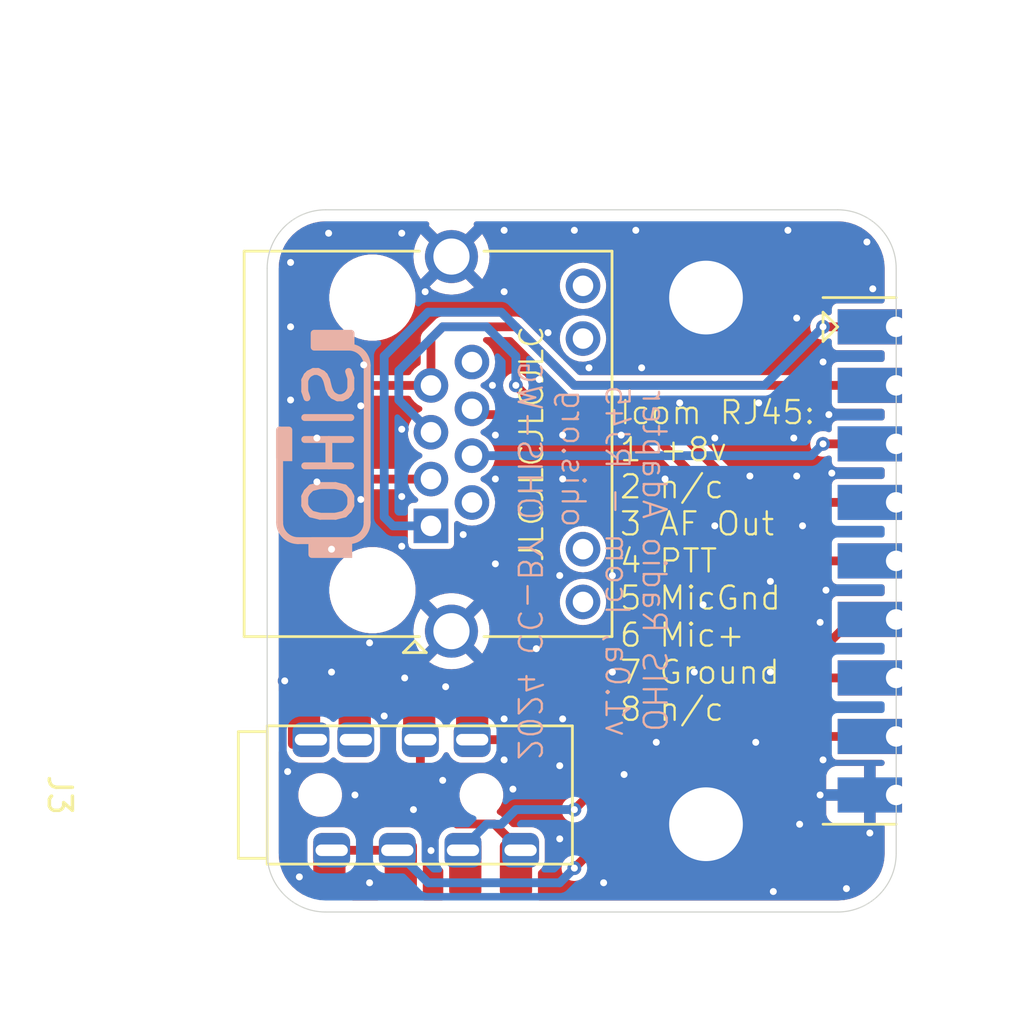
<source format=kicad_pcb>
(kicad_pcb (version 20240108) (generator "pcbnew") (generator_version "8.0")
  (layers (0 "F.Cu" signal) (31 "B.Cu" signal) (34 "B.Paste" user) (35 "F.Paste" user) (36 "B.SilkS" user "B.Silkscreen") (37 "F.SilkS" user "F.Silkscreen") (38 "B.Mask" user) (39 "F.Mask" user) (44 "Edge.Cuts" user))
  (net 0 "")
  (net 1 "Shield")
  (net 2 "AF Out")
  (net 3 "Mic Gnd")
  (net 4 "~{PTT}")
  (net 5 "Power Gnd")
  (net 7 "~{SQL Open}")
  (net 8 "+8v 10mA")
  (net 10 "Freq Up{slash}Down")
  (net 11 "Mic+")
  (net 14 "HP Right")
  (net 15 "HP Left")
  (net 16 "HP Gnd")
  (footprint "Libraries:Conn_B2B-RA_2.54mm_Castelated_9pin_RtoL" (layer "F.Cu") (at 90.805 78.74 90)
    (property "Reference" "J2" (hide yes))
    (property "Value" "Base Board")
    (fp_line (start 10.795 -3.175) (end 9.525 -3.175) (stroke (width 0.12)) (layer "F.SilkS"))
    (fp_line (start 9.525 -3.175) (end 10.16 -2.54) (stroke (width 0.12)) (layer "F.SilkS"))
    (fp_line (start 10.16 -2.54) (end 10.795 -3.175) (stroke (width 0.12)) (layer "F.SilkS"))
    (fp_line (start 11.43 0) (end 11.43 -3.175) (stroke (width 0.12)) (layer "F.SilkS"))
    (fp_line (start -11.43 0) (end -11.43 -3.175) (stroke (width 0.12)) (layer "F.SilkS"))
    (pad "1" thru_hole rect (at 10.16 0 90) (size 1.524 2.794) (drill 0.889 (offset 0 -1.143)) (layers "*.Cu" "*.Mask") (net 8 "+8v 10mA"))
    (pad "2" thru_hole rect (at 7.62 0 90) (size 1.524 2.794) (drill 0.889 (offset 0 -1.143)) (layers "*.Cu" "*.Mask") (net 5 "Power Gnd"))
    (pad "3" thru_hole rect (at 5.08 0 90) (size 1.524 2.794) (drill 0.889 (offset 0 -1.143)) (layers "*.Cu" "*.Mask") (net 4 "~{PTT}"))
    (pad "4" thru_hole rect (at 2.54 0 90) (size 1.524 2.794) (drill 0.889 (offset 0 -1.143)) (layers "*.Cu" "*.Mask") (net 3 "Mic Gnd"))
    (pad "5" thru_hole rect (at 0 0 90) (size 1.524 2.794) (drill 0.889 (offset 0 -1.143)) (layers "*.Cu" "*.Mask") (net 11 "Mic+"))
    (pad "6" thru_hole rect (at -2.54 0 90) (size 1.524 2.794) (drill 0.889 (offset 0 -1.143)) (layers "*.Cu" "*.Mask") (net 15 "HP Left"))
    (pad "7" thru_hole rect (at -5.08 0 90) (size 1.524 2.794) (drill 0.889 (offset 0 -1.143)) (layers "*.Cu" "*.Mask") (net 14 "HP Right"))
    (pad "8" thru_hole rect (at -7.62 0 90) (size 1.524 2.794) (drill 0.889 (offset 0 -1.143)) (layers "*.Cu" "*.Mask") (net 16 "HP Gnd"))
    (pad "9" thru_hole rect (at -10.16 0 90) (size 1.524 2.794) (drill 0.889 (offset 0 -1.143)) (layers "*.Cu" "*.Mask") (net 1 "Shield"))
  )
  (footprint "MountingHole:MountingHole_3.2mm_M3_Pad" (layer "F.Cu") (at 82.55 90.17)
    (property "Reference" "H2" (hide yes))
    (property "Value" "MountingHole_Pad")
    (pad "1" thru_hole circle (at 0 0) (size 6.4 6.4) (drill 3.2) (layers "*.Cu" "*.Mask") (net 1 "Shield"))
  )
  (footprint "MountingHole:MountingHole_3.2mm_M3_Pad" (layer "F.Cu") (at 82.55 67.31)
    (property "Reference" "H1" (hide yes))
    (property "Value" "MountingHole_Pad")
    (pad "1" thru_hole circle (at 0 0) (size 6.4 6.4) (drill 3.2) (layers "*.Cu" "*.Mask") (net 1 "Shield"))
  )
  (footprint "Connector_RJ:RJ45_Amphenol_RJHSE538X" (layer "F.Cu") (at 70.61 77.22 90)
    (property "Reference" "J1" (hide yes))
    (property "Value" "Mic Input")
    (fp_line (start 11.925 -8.11) (end 11.925 -0.5) (stroke (width 0.12)) (layer "F.SilkS"))
    (fp_line (start -4.805 -8.11) (end 11.925 -8.11) (stroke (width 0.12)) (layer "F.SilkS"))
    (fp_line (start -4.805 -8.11) (end -4.805 -0.5) (stroke (width 0.12)) (layer "F.SilkS"))
    (fp_line (start -5.5 -1.2) (end -5 -0.7) (stroke (width 0.12)) (layer "F.SilkS"))
    (fp_line (start -5 -0.7) (end -5.5 -0.2) (stroke (width 0.12)) (layer "F.SilkS"))
    (fp_line (start -5.5 -0.2) (end -5.5 -1.2) (stroke (width 0.12)) (layer "F.SilkS"))
    (fp_line (start 11.925 7.86) (end 11.925 2.3) (stroke (width 0.12)) (layer "F.SilkS"))
    (fp_line (start -4.805 7.86) (end -4.805 2.3) (stroke (width 0.12)) (layer "F.SilkS"))
    (fp_line (start -4.805 7.86) (end 11.925 7.86) (stroke (width 0.12)) (layer "F.SilkS"))
    (pad "" np_thru_hole circle (at -2.79 -2.54 90) (size 3.25 3.25) (drill 3.25) (layers "*.Cu" "*.Mask"))
    (pad "" np_thru_hole circle (at 9.91 -2.54 90) (size 3.25 3.25) (drill 3.25) (layers "*.Cu" "*.Mask"))
    (pad "1" thru_hole rect (at 0 0 90) (size 1.5 1.5) (drill 0.89) (layers "*.Cu" "*.Mask") (net 8 "+8v 10mA"))
    (pad "2" thru_hole circle (at 1.016 1.78 90) (size 1.5 1.5) (drill 0.89) (layers "*.Cu" "*.Mask") (net 10 "Freq Up{slash}Down"))
    (pad "3" thru_hole circle (at 2.032 0 90) (size 1.5 1.5) (drill 0.89) (layers "*.Cu" "*.Mask") (net 2 "AF Out"))
    (pad "4" thru_hole circle (at 3.048 1.78 90) (size 1.5 1.5) (drill 0.89) (layers "*.Cu" "*.Mask") (net 4 "~{PTT}"))
    (pad "5" thru_hole circle (at 4.064 0 90) (size 1.5 1.5) (drill 0.89) (layers "*.Cu" "*.Mask") (net 3 "Mic Gnd"))
    (pad "6" thru_hole circle (at 5.08 1.78 90) (size 1.5 1.5) (drill 0.89) (layers "*.Cu" "*.Mask") (net 11 "Mic+"))
    (pad "7" thru_hole circle (at 6.096 0 90) (size 1.5 1.5) (drill 0.89) (layers "*.Cu" "*.Mask") (net 5 "Power Gnd"))
    (pad "8" thru_hole circle (at 7.112 1.78 90) (size 1.5 1.5) (drill 0.89) (layers "*.Cu" "*.Mask") (net 7 "~{SQL Open}"))
    (pad "9" thru_hole circle (at -3.3 6.6 90) (size 1.5 1.5) (drill 0.89) (layers "*.Cu" "*.Mask"))
    (pad "10" thru_hole circle (at -1.01 6.6 90) (size 1.5 1.5) (drill 0.89) (layers "*.Cu" "*.Mask"))
    (pad "11" thru_hole circle (at 8.13 6.6 90) (size 1.5 1.5) (drill 0.89) (layers "*.Cu" "*.Mask"))
    (pad "12" thru_hole circle (at 10.42 6.6 90) (size 1.5 1.5) (drill 0.89) (layers "*.Cu" "*.Mask"))
    (pad "SH" thru_hole circle (at -4.57 0.89 90) (size 2.3 2.3) (drill 1.57) (layers "*.Cu" "*.Mask") (net 1 "Shield"))
    (pad "SH" thru_hole circle (at 11.69 0.89 90) (size 2.3 2.3) (drill 1.57) (layers "*.Cu" "*.Mask") (net 1 "Shield"))
  )
  (footprint "Libraries:Conn_3.5mm-PJ-393_SMT-C668609_TH-C145811" (layer "F.Cu") (at 63.5 88.9 -90)
    (property "Reference" "J3" (at 0 9 -90) (layer "F.SilkS"))
    (property "Value" "Headphone/Speaker Input")
    (fp_line (start -2.75 1.25) (end 2.75 1.25) (stroke (width 0.12)) (layer "F.SilkS"))
    (fp_line (start 2.75 1.25) (end 2.75 0) (stroke (width 0.12)) (layer "F.SilkS"))
    (fp_line (start -3 0) (end 3 0) (stroke (width 0.12)) (layer "F.SilkS"))
    (fp_line (start -2.75 0) (end -2.75 1.25) (stroke (width 0.12)) (layer "F.SilkS"))
    (fp_line (start 3 0) (end 3 -13.25) (stroke (width 0.12)) (layer "F.SilkS"))
    (fp_line (start -3 -13.25) (end -3 0) (stroke (width 0.12)) (layer "F.SilkS"))
    (fp_line (start 3 -13.25) (end -3 -13.25) (stroke (width 0.12)) (layer "F.SilkS"))
    (pad "" np_thru_hole circle (at 0 -9.3 270) (size 1.2 1.2) (drill 1.4) (layers "F&B.Cu" "*.Mask"))
    (pad "" np_thru_hole circle (at 0 -2.3 270) (size 1.2 1.2) (drill 1.4) (layers "F&B.Cu" "*.Mask"))
    (pad "R1" thru_hole roundrect (at 2.4 -8.5 270) (size 1.5 1.6) (drill oval 0.5 1.4) (layers "*.Cu" "*.Mask") (net 14 "HP Right"))
    (pad "R1" smd roundrect (at 3.2 -8.6 270) (size 2.4 1.4) (layers "F.Cu" "F.Paste" "F.Mask") (roundrect_rratio 0.15) (net 14 "HP Right"))
    (pad "R1N" smd roundrect (at -3.2 -6.6 270) (size 2.4 1.4) (layers "F.Cu" "F.Paste" "F.Mask") (roundrect_rratio 0.15) (net 2 "AF Out"))
    (pad "R1N" thru_hole roundrect (at -2.4 -6.65 270) (size 1.5 1.6) (drill oval 0.5 1.4) (layers "*.Cu" "*.Mask") (net 2 "AF Out"))
    (pad "R2" thru_hole roundrect (at 2.4 -5.65 270) (size 1.5 1.6) (drill oval 0.5 1.4) (layers "*.Cu" "*.Mask") (net 16 "HP Gnd"))
    (pad "R2" smd roundrect (at 3.2 -5.8 270) (size 2.4 1.4) (layers "F.Cu" "F.Paste" "F.Mask") (roundrect_rratio 0.15) (net 16 "HP Gnd"))
    (pad "R2N" smd roundrect (at -3.2 -3.8 270) (size 2.4 1.4) (layers "F.Cu" "F.Paste" "F.Mask") (roundrect_rratio 0.15))
    (pad "R2N" thru_hole roundrect (at -2.4 -3.85 270) (size 1.5 1.6) (drill oval 0.5 1.4) (layers "*.Cu" "*.Mask"))
    (pad "S" thru_hole roundrect (at 2.4 -2.8 270) (size 1.5 1.6) (drill oval 0.5 1.4) (layers "*.Cu" "*.Mask") (net 16 "HP Gnd"))
    (pad "S" smd roundrect (at 3.2 -2.7 270) (size 2.4 1.4) (layers "F.Cu" "F.Paste" "F.Mask") (roundrect_rratio 0.15) (net 16 "HP Gnd"))
    (pad "SN" smd roundrect (at -3.2 -1.6 270) (size 2.4 1.4) (layers "F.Cu" "F.Paste" "F.Mask") (roundrect_rratio 0.15) (net 5 "Power Gnd"))
    (pad "SN" thru_hole roundrect (at -2.4 -1.9 270) (size 1.5 1.6) (drill oval 0.5 1.4) (layers "*.Cu" "*.Mask") (net 5 "Power Gnd"))
    (pad "T" smd roundrect (at -3.2 -8.9 270) (size 2.4 1.4) (layers "F.Cu" "F.Paste" "F.Mask") (roundrect_rratio 0.15) (net 15 "HP Left"))
    (pad "T" thru_hole roundrect (at -2.4 -8.9 270) (size 1.5 1.6) (drill oval 0.5 1.4) (layers "*.Cu" "*.Mask") (net 15 "HP Left"))
    (pad "TN" thru_hole roundrect (at 2.4 -11 270) (size 1.5 1.6) (drill oval 0.5 1.4) (layers "*.Cu" "*.Mask") (net 2 "AF Out"))
    (pad "TN" smd roundrect (at 3.2 -10.8 270) (size 2.4 1.4) (layers "F.Cu" "F.Paste" "F.Mask") (roundrect_rratio 0.15) (net 2 "AF Out"))
  )
  (footprint "OHIS:Logo_OHIS_Medium" (layer "B.Cu") (at 66.04 73.66 90)
    (property "Reference" "G1" (hide yes))
    (property "Value" "Logo_OHIS" (hide yes))
    (fp_line (start -3.400001 -2) (end 0.6 -2) (stroke (width 0.3)) (layer "B.SilkS"))
    (fp_line (start -4.2 1) (end -4.200001 -1.2) (stroke (width 0.3)) (layer "B.SilkS"))
    (fp_line (start -3.4 1.8) (end 3.4 1.8) (stroke (width 0.3)) (layer "B.SilkS"))
    (fp_rect (start -0.6 -1.6) (end 0.6 -2) (stroke (width 0.3)) (fill solid) (layer "B.SilkS"))
    (fp_rect (start -4.8 1) (end -4.2 -0.6) (stroke (width 0.3)) (fill solid) (layer "B.SilkS"))
    (fp_rect (start 4.2 1.1) (end 4.8 -0.5) (stroke (width 0.3)) (fill solid) (layer "B.SilkS"))
    (fp_arc (start -4.200001 -1.2) (mid -3.965686 -1.765685) (end -3.400001 -2) (stroke (width 0.3)) (layer "B.SilkS"))
    (fp_arc (start 4.2 1) (mid 3.965685 1.565685) (end 3.4 1.8) (stroke (width 0.3)) (layer "B.SilkS"))
    (fp_arc (start -3.4 1.8) (mid -3.965685 1.565685) (end -4.2 1) (stroke (width 0.3)) (layer "B.SilkS"))
    (fp_text user "OHIS" (at 0 0 -90) (layer "B.SilkS") (effects (font (size 2 2) (thickness 0.3)) (justify mirror)))
  )
  (gr_arc (start 63.5 66.04) (mid 64.243949 64.243949) (end 66.04 63.5) (stroke (width 0.05)) (layer "Edge.Cuts"))
  (gr_line (start 90.805 66.04) (end 90.805 91.44) (stroke (width 0.05)) (layer "Edge.Cuts"))
  (gr_line (start 63.5 91.44) (end 63.5 66.04) (stroke (width 0.05)) (layer "Edge.Cuts"))
  (gr_arc (start 88.265 63.5) (mid 90.061051 64.243949) (end 90.805 66.04) (stroke (width 0.05)) (layer "Edge.Cuts"))
  (gr_line (start 66.04 63.5) (end 88.265 63.5) (stroke (width 0.05)) (layer "Edge.Cuts"))
  (gr_arc (start 66.04 93.98) (mid 64.243949 93.236051) (end 63.5 91.44) (stroke (width 0.05)) (layer "Edge.Cuts"))
  (gr_arc (start 90.805 91.44) (mid 90.061051 93.236051) (end 88.265 93.98) (stroke (width 0.05)) (layer "Edge.Cuts"))
  (gr_line (start 88.265 93.98) (end 66.04 93.98) (stroke (width 0.05)) (layer "Edge.Cuts"))
  (gr_text "ohis.org" (at 76.2 74.295 -90) (layer "B.SilkS") (effects (font (size 1 1) (thickness 0.1)) (justify bottom mirror)))
  (gr_text "OHIS Radio Adapter\nv1.0a, Icom - RJ45\n" (at 78.105 78.74 270) (layer "B.SilkS") (effects (font (size 1 1) (thickness 0.1)) (justify bottom mirror)))
  (gr_text "2024 CC-BY OHIS-WG" (at 74.295 78.74 270) (layer "B.SilkS") (effects (font (size 1 1) (thickness 0.1)) (justify bottom mirror)))
  (gr_text "JLCJLCJLCJLC" (at 75.565 73.66 -270) (layer "F.SilkS") (effects (font (size 1 1) (thickness 0.1)) (justify bottom)))
  (gr_text "Icom RJ45:\n1 +8v\n2 n/c\n3 AF Out\n4 PTT\n5 MicGnd\n6 Mic+\n7 Ground\n8 n/c" (at 78.74 78.74 0) (layer "F.SilkS") (effects (font (size 1 1) (thickness 0.1)) (justify left)))
  (via (at 75.692 68.834) (size 0.6) (drill 0.3) (layers "F.Cu" "B.Cu") (net 1))
  (via (at 89.662 90.551) (size 0.6) (drill 0.3) (layers "F.Cu" "B.Cu") (net 1))
  (via (at 87.63 70.104) (size 0.6) (drill 0.3) (layers "F.Cu" "B.Cu") (net 1))
  (via (at 67.945 92.71) (size 0.6) (drill 0.3) (layers "F.Cu" "B.Cu") (net 1))
  (via (at 84.836 71.882) (size 0.6) (drill 0.3) (layers "F.Cu" "B.Cu") (net 1))
  (via (at 88.011 74.93) (size 0.6) (drill 0.3) (layers "F.Cu" "B.Cu") (net 1))
  (via (at 73.406 78.867) (size 0.6) (drill 0.3) (layers "F.Cu" "B.Cu") (net 1))
  (via (at 73.787 67.056) (size 0.6) (drill 0.3) (layers "F.Cu" "B.Cu") (net 1))
  (via (at 66.294 83.566) (size 0.6) (drill 0.3) (layers "F.Cu" "B.Cu") (net 1))
  (via (at 70.612 91.313) (size 0.6) (drill 0.3) (layers "F.Cu" "B.Cu") (net 1))
  (via (at 71.12 88.265) (size 0.6) (drill 0.3) (layers "F.Cu" "B.Cu") (net 1))
  (via (at 79.502 64.389) (size 0.6) (drill 0.3) (layers "F.Cu" "B.Cu") (net 1))
  (via (at 87.63 87.376) (size 0.6) (drill 0.3) (layers "F.Cu" "B.Cu") (net 1))
  (via (at 67.31 88.9) (size 0.6) (drill 0.3) (layers "F.Cu" "B.Cu") (net 1))
  (via (at 86.614 90.17) (size 0.6) (drill 0.3) (layers "F.Cu" "B.Cu") (net 1))
  (via (at 73.406 73.279) (size 0.6) (drill 0.3) (layers "F.Cu" "B.Cu") (net 1))
  (via (at 85.344 79.629) (size 0.6) (drill 0.3) (layers "F.Cu" "B.Cu") (net 1))
  (via (at 72.009 77.597) (size 0.6) (drill 0.3) (layers "F.Cu" "B.Cu") (net 1))
  (via (at 78.105 92.71) (size 0.6) (drill 0.3) (layers "F.Cu" "B.Cu") (net 1))
  (via (at 70.358 67.056) (size 0.6) (drill 0.3) (layers "F.Cu" "B.Cu") (net 1))
  (via (at 84.709 86.614) (size 0.6) (drill 0.3) (layers "F.Cu" "B.Cu") (net 1))
  (via (at 82.423 80.645) (size 0.6) (drill 0.3) (layers "F.Cu" "B.Cu") (net 1))
  (via (at 76.2 90.805) (size 0.6) (drill 0.3) (layers "F.Cu" "B.Cu") (net 1))
  (via (at 73.787 64.389) (size 0.6) (drill 0.3) (layers "F.Cu" "B.Cu") (net 1))
  (via (at 76.327 75.184) (size 0.6) (drill 0.3) (layers "F.Cu" "B.Cu") (net 1))
  (via (at 76.327 85.598) (size 0.6) (drill 0.3) (layers "F.Cu" "B.Cu") (net 1))
  (via (at 67.564 76.073) (size 0.6) (drill 0.3) (layers "F.Cu" "B.Cu") (net 1))
  (via (at 80.391 86.614) (size 0.6) (drill 0.3) (layers "F.Cu" "B.Cu") (net 1))
  (via (at 86.741 77.216) (size 0.6) (drill 0.3) (layers "F.Cu" "B.Cu") (net 1))
  (via (at 77.47 70.358) (size 0.6) (drill 0.3) (layers "F.Cu" "B.Cu") (net 1))
  (via (at 80.772 75.184) (size 0.6) (drill 0.3) (layers "F.Cu" "B.Cu") (net 1))
  (via (at 75.311 70.866) (size 0.6) (drill 0.3) (layers "F.Cu" "B.Cu") (net 1))
  (via (at 69.469 83.82) (size 0.6) (drill 0.3) (layers "F.Cu" "B.Cu") (net 1))
  (via (at 74.168 88.646) (size 0.6) (drill 0.3) (layers "F.Cu" "B.Cu") (net 1))
  (via (at 64.897 92.456) (size 0.6) (drill 0.3) (layers "F.Cu" "B.Cu") (net 1))
  (via (at 64.262 83.947) (size 0.6) (drill 0.3) (layers "F.Cu" "B.Cu") (net 1))
  (via (at 73.279 71.12) (size 0.6) (drill 0.3) (layers "F.Cu" "B.Cu") (net 1))
  (via (at 78.994 88.011) (size 0.6) (drill 0.3) (layers "F.Cu" "B.Cu") (net 1))
  (via (at 76.2 87.63) (size 0.6) (drill 0.3) (layers "F.Cu" "B.Cu") (net 1))
  (via (at 78.486 83.566) (size 0.6) (drill 0.3) (layers "F.Cu" "B.Cu") (net 1))
  (via (at 65.659 75.311) (size 0.6) (drill 0.3) (layers "F.Cu" "B.Cu") (net 1))
  (via (at 64.389 87.884) (size 0.6) (drill 0.3) (layers "F.Cu" "B.Cu") (net 1))
  (via (at 76.327 73.279) (size 0.6) (drill 0.3) (layers "F.Cu" "B.Cu") (net 1))
  (via (at 76.2 79.375) (size 0.6) (drill 0.3) (layers "F.Cu" "B.Cu") (net 1))
  (via (at 88.646 92.964) (size 0.6) (drill 0.3) (layers "F.Cu" "B.Cu") (net 1))
  (via (at 73.406 75.184) (size 0.6) (drill 0.3) (layers "F.Cu" "B.Cu") (net 1))
  (via (at 86.487 75.057) (size 0.6) (drill 0.3) (layers "F.Cu" "B.Cu") (net 1))
  (via (at 82.931 73.406) (size 0.6) (drill 0.3) (layers "F.Cu" "B.Cu") (net 1))
  (via (at 82.042 83.566) (size 0.6) (drill 0.3) (layers "F.Cu" "B.Cu") (net 1))
  (via (at 87.884 72.39) (size 0.6) (drill 0.3) (layers "F.Cu" "B.Cu") (net 1))
  (via (at 67.564 72.009) (size 0.6) (drill 0.3) (layers "F.Cu" "B.Cu") (net 1))
  (via (at 64.516 71.755) (size 0.6) (drill 0.3) (layers "F.Cu" "B.Cu") (net 1))
  (via (at 86.36 73.406) (size 0.6) (drill 0.3) (layers "F.Cu" "B.Cu") (net 1))
  (via (at 67.945 82.296) (size 0.6) (drill 0.3) (layers "F.Cu" "B.Cu") (net 1))
  (via (at 76.835 64.389) (size 0.6) (drill 0.3) (layers "F.Cu" "B.Cu") (net 1))
  (via (at 66.167 64.516) (size 0.6) (drill 0.3) (layers "F.Cu" "B.Cu") (net 1))
  (via (at 68.58 85.471) (size 0.6) (drill 0.3) (layers "F.Cu" "B.Cu") (net 1))
  (via (at 87.503 88.9) (size 0.6) (drill 0.3) (layers "F.Cu" "B.Cu") (net 1))
  (via (at 67.691 70.231) (size 0.6) (drill 0.3) (layers "F.Cu" "B.Cu") (net 1))
  (via (at 81.407 71.882) (size 0.6) (drill 0.3) (layers "F.Cu" "B.Cu") (net 1))
  (via (at 89.789 66.929) (size 0.6) (drill 0.3) (layers "F.Cu" "B.Cu") (net 1))
  (via (at 69.342 75.946) (size 0.6) (drill 0.3) (layers "F.Cu" "B.Cu") (net 1))
  (via (at 86.487 68.199) (size 0.6) (drill 0.3) (layers "F.Cu" "B.Cu") (net 1))
  (via (at 86.106 64.389) (size 0.6) (drill 0.3) (layers "F.Cu" "B.Cu") (net 1))
  (via (at 66.294 78.232) (size 0.6) (drill 0.3) (layers "F.Cu" "B.Cu") (net 1))
  (via (at 71.247 84.201) (size 0.6) (drill 0.3) (layers "F.Cu" "B.Cu") (net 1))
  (via (at 75.184 82.55) (size 0.6) (drill 0.3) (layers "F.Cu" "B.Cu") (net 1))
  (via (at 78.486 79.375) (size 0.6) (drill 0.3) (layers "F.Cu" "B.Cu") (net 1))
  (via (at 85.471 93.091) (size 0.6) (drill 0.3) (layers "F.Cu" "B.Cu") (net 1))
  (via (at 78.867 73.279) (size 0.6) (drill 0.3) (layers "F.Cu" "B.Cu") (net 1))
  (via (at 69.342 73.025) (size 0.6) (drill 0.3) (layers "F.Cu" "B.Cu") (net 1))
  (via (at 69.342 64.516) (size 0.6) (drill 0.3) (layers "F.Cu" "B.Cu") (net 1))
  (via (at 85.344 83.566) (size 0.6) (drill 0.3) (layers "F.Cu" "B.Cu") (net 1))
  (via (at 73.787 85.598) (size 0.6) (drill 0.3) (layers "F.Cu" "B.Cu") (net 1))
  (via (at 73.787 87.376) (size 0.6) (drill 0.3) (layers "F.Cu" "B.Cu") (net 1))
  (via (at 69.85 89.535) (size 0.6) (drill 0.3) (layers "F.Cu" "B.Cu") (net 1))
  (via (at 79.756 70.358) (size 0.6) (drill 0.3) (layers "F.Cu" "B.Cu") (net 1))
  (via (at 64.516 65.786) (size 0.6) (drill 0.3) (layers "F.Cu" "B.Cu") (net 1))
  (via (at 64.516 68.58) (size 0.6) (drill 0.3) (layers "F.Cu" "B.Cu") (net 1))
  (via (at 84.455 75.057) (size 0.6) (drill 0.3) (layers "F.Cu" "B.Cu") (net 1))
  (via (at 65.659 73.406) (size 0.6) (drill 0.3) (layers "F.Cu" "B.Cu") (net 1))
  (via (at 87.503 81.407) (size 0.6) (drill 0.3) (layers "F.Cu" "B.Cu") (net 1))
  (via (at 89.535 64.897) (size 0.6) (drill 0.3) (layers "F.Cu" "B.Cu") (net 1))
  (via (at 69.342 78.105) (size 0.6) (drill 0.3) (layers "F.Cu" "B.Cu") (net 1))
  (via (at 87.757 80.01) (size 0.6) (drill 0.3) (layers "F.Cu" "B.Cu") (net 1))
  (via (at 82.931 77.216) (size 0.6) (drill 0.3) (layers "F.Cu" "B.Cu") (net 1))
  (segment (start 74.5 91.3) (end 73.3595 90.1595) (width 0.381) (layer "F.Cu") (net 2))
  (segment (start 71.7445 90.1595) (end 70.15 88.565) (width 0.381) (layer "F.Cu") (net 2))
  (segment (start 65.405 81.005) (end 65.405 76.835) (width 0.381) (layer "F.Cu") (net 2))
  (segment (start 73.3595 90.1595) (end 71.7445 90.1595) (width 0.381) (layer "F.Cu") (net 2))
  (segment (start 65.405 76.835) (end 67.052 75.188) (width 0.381) (layer "F.Cu") (net 2))
  (segment (start 70.15 88.565) (end 70.15 86.5) (width 0.381) (layer "F.Cu") (net 2))
  (segment (start 67.052 75.188) (end 70.61 75.188) (width 0.381) (layer "F.Cu") (net 2))
  (segment (start 70.1 85.7) (end 65.405 81.005) (width 0.381) (layer "F.Cu") (net 2))
  (segment (start 87.63 78.105) (end 87.63 76.2) (width 0.381) (layer "F.Cu") (net 3))
  (segment (start 86.36 78.105) (end 87.63 78.105) (width 0.381) (layer "F.Cu") (net 3))
  (segment (start 74.93 71.755) (end 80.01 71.755) (width 0.381) (layer "F.Cu") (net 3))
  (segment (start 80.01 71.755) (end 86.36 78.105) (width 0.381) (layer "F.Cu") (net 3))
  (segment (start 74.295 71.12) (end 74.93 71.755) (width 0.381) (layer "F.Cu") (net 3))
  (segment (start 87.63 76.2) (end 89.662 76.2) (width 0.381) (layer "F.Cu") (net 3))
  (via (at 74.295 71.12) (size 0.6) (drill 0.3) (layers "F.Cu" "B.Cu") (net 3))
  (segment (start 69.215 70.485) (end 69.215 71.761) (width 0.381) (layer "B.Cu") (net 3))
  (segment (start 69.215 71.761) (end 70.61 73.156) (width 0.381) (layer "B.Cu") (net 3))
  (segment (start 73.025 68.58) (end 71.12 68.58) (width 0.381) (layer "B.Cu") (net 3))
  (segment (start 74.295 71.12) (end 74.295 69.85) (width 0.381) (layer "B.Cu") (net 3))
  (segment (start 71.12 68.58) (end 69.215 70.485) (width 0.381) (layer "B.Cu") (net 3))
  (segment (start 74.295 69.85) (end 73.025 68.58) (width 0.381) (layer "B.Cu") (net 3))
  (segment (start 87.63 73.66) (end 89.662 73.66) (width 0.381) (layer "F.Cu") (net 4))
  (via (at 87.63 73.66) (size 0.6) (drill 0.3) (layers "F.Cu" "B.Cu") (net 4))
  (segment (start 72.39 74.172) (end 87.118 74.172) (width 0.381) (layer "B.Cu") (net 4))
  (segment (start 87.118 74.172) (end 87.63 73.66) (width 0.381) (layer "B.Cu") (net 4))
  (segment (start 71.12 68.58) (end 74.295 68.58) (width 0.381) (layer "F.Cu") (net 5))
  (segment (start 64.77 81.915) (end 64.77 73.025) (width 0.381) (layer "F.Cu") (net 5))
  (segment (start 64.77 73.025) (end 66.675 71.12) (width 0.381) (layer "F.Cu") (net 5))
  (segment (start 65.1 82.245) (end 64.77 81.915) (width 0.381) (layer "F.Cu") (net 5))
  (segment (start 67.31 71.12) (end 67.314 71.124) (width 0.381) (layer "F.Cu") (net 5))
  (segment (start 70.61 71.124) (end 70.61 69.09) (width 0.381) (layer "F.Cu") (net 5))
  (segment (start 65.1 85.7) (end 65.1 82.245) (width 0.381) (layer "F.Cu") (net 5))
  (segment (start 70.61 69.09) (end 71.12 68.58) (width 0.381) (layer "F.Cu") (net 5))
  (segment (start 74.295 68.58) (end 76.835 71.12) (width 0.381) (layer "F.Cu") (net 5))
  (segment (start 67.314 71.124) (end 70.61 71.124) (width 0.381) (layer "F.Cu") (net 5))
  (segment (start 76.835 71.12) (end 89.662 71.12) (width 0.381) (layer "F.Cu") (net 5))
  (segment (start 66.675 71.12) (end 67.31 71.12) (width 0.381) (layer "F.Cu") (net 5))
  (segment (start 87.63 68.58) (end 89.662 68.58) (width 0.381) (layer "F.Cu") (net 8))
  (via (at 87.63 68.58) (size 0.6) (drill 0.3) (layers "F.Cu" "B.Cu") (net 8))
  (segment (start 73.66 67.945) (end 76.835 71.12) (width 0.381) (layer "B.Cu") (net 8))
  (segment (start 68.965 77.22) (end 68.58 76.835) (width 0.381) (layer "B.Cu") (net 8))
  (segment (start 76.835 71.12) (end 85.09 71.12) (width 0.381) (layer "B.Cu") (net 8))
  (segment (start 85.09 71.12) (end 87.63 68.58) (width 0.381) (layer "B.Cu") (net 8))
  (segment (start 70.61 77.22) (end 68.965 77.22) (width 0.381) (layer "B.Cu") (net 8))
  (segment (start 68.58 76.835) (end 68.58 69.85) (width 0.381) (layer "B.Cu") (net 8))
  (segment (start 68.58 69.85) (end 70.485 67.945) (width 0.381) (layer "B.Cu") (net 8))
  (segment (start 70.485 67.945) (end 73.66 67.945) (width 0.381) (layer "B.Cu") (net 8))
  (segment (start 72.64 72.39) (end 79.375 72.39) (width 0.381) (layer "F.Cu") (net 11))
  (segment (start 72.39 72.14) (end 72.64 72.39) (width 0.381) (layer "F.Cu") (net 11))
  (segment (start 85.725 78.74) (end 89.662 78.74) (width 0.381) (layer "F.Cu") (net 11))
  (segment (start 79.375 72.39) (end 85.725 78.74) (width 0.381) (layer "F.Cu") (net 11))
  (segment (start 87.63 83.82) (end 89.662 83.82) (width 0.381) (layer "F.Cu") (net 14))
  (segment (start 77.47 88.9) (end 77.47 86.995) (width 0.381) (layer "F.Cu") (net 14))
  (segment (start 77.47 86.995) (end 79.375 85.09) (width 0.381) (layer "F.Cu") (net 14))
  (segment (start 86.36 85.09) (end 87.63 83.82) (width 0.381) (layer "F.Cu") (net 14))
  (segment (start 76.835 89.535) (end 77.47 88.9) (width 0.381) (layer "F.Cu") (net 14))
  (segment (start 79.375 85.09) (end 86.36 85.09) (width 0.381) (layer "F.Cu") (net 14))
  (via (at 76.835 89.535) (size 0.6) (drill 0.3) (layers "F.Cu" "B.Cu") (net 14))
  (segment (start 73.025 90.17) (end 72 91.195) (width 0.381) (layer "B.Cu") (net 14))
  (segment (start 72 91.195) (end 72 91.3) (width 0.381) (layer "B.Cu") (net 14))
  (segment (start 73.66 90.17) (end 73.025 90.17) (width 0.381) (layer "B.Cu") (net 14))
  (segment (start 74.295 89.535) (end 73.66 90.17) (width 0.381) (layer "B.Cu") (net 14))
  (segment (start 76.835 89.535) (end 74.295 89.535) (width 0.381) (layer "B.Cu") (net 14))
  (segment (start 72.4 86.5) (end 76.695 86.5) (width 0.381) (layer "F.Cu") (net 15))
  (segment (start 88.9 81.28) (end 89.662 81.28) (width 0.381) (layer "F.Cu") (net 15))
  (segment (start 85.725 84.455) (end 88.9 81.28) (width 0.381) (layer "F.Cu") (net 15))
  (segment (start 76.695 86.5) (end 78.74 84.455) (width 0.381) (layer "F.Cu") (net 15))
  (segment (start 78.74 84.455) (end 85.725 84.455) (width 0.381) (layer "F.Cu") (net 15))
  (segment (start 78.105 87.63) (end 80.01 85.725) (width 0.381) (layer "F.Cu") (net 16))
  (segment (start 80.01 85.725) (end 86.995 85.725) (width 0.381) (layer "F.Cu") (net 16))
  (segment (start 66.3 91.3) (end 69.15 91.3) (width 0.381) (layer "F.Cu") (net 16))
  (segment (start 78.105 90.805) (end 78.105 87.63) (width 0.381) (layer "F.Cu") (net 16))
  (segment (start 86.995 85.725) (end 87.63 86.36) (width 0.381) (layer "F.Cu") (net 16))
  (segment (start 87.63 86.36) (end 89.662 86.36) (width 0.381) (layer "F.Cu") (net 16))
  (segment (start 76.835 92.075) (end 78.105 90.805) (width 0.381) (layer "F.Cu") (net 16))
  (via (at 76.835 92.075) (size 0.6) (drill 0.3) (layers "F.Cu" "B.Cu") (net 16))
  (segment (start 70.485 92.71) (end 69.15 91.375) (width 0.381) (layer "B.Cu") (net 16))
  (segment (start 76.2 92.71) (end 70.485 92.71) (width 0.381) (layer "B.Cu") (net 16))
  (segment (start 76.835 92.075) (end 76.2 92.71) (width 0.381) (layer "B.Cu") (net 16))
  (segment (start 69.15 91.375) (end 69.15 91.3) (width 0.381) (layer "B.Cu") (net 16))
  (zone (net 1) (net_name "Shield") (layers "F&B.Cu") (connect_pads (clearance 0.254)) (min_thickness 0.25) (fill yes (thermal_gap 0.5) (thermal_bridge_width 0.5))
    (polygon (pts (xy 62.865 62.865) (xy 91.44 62.865) (xy 91.44 94.615) (xy 62.865 94.615)))
  )
)
</source>
